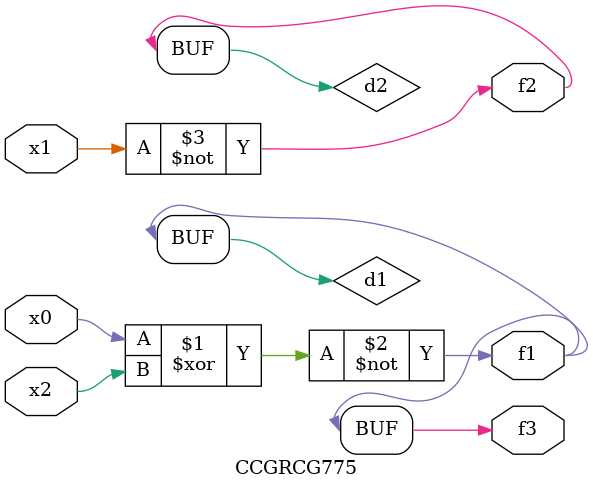
<source format=v>
module CCGRCG775(
	input x0, x1, x2,
	output f1, f2, f3
);

	wire d1, d2, d3;

	xnor (d1, x0, x2);
	nand (d2, x1);
	nor (d3, x1, x2);
	assign f1 = d1;
	assign f2 = d2;
	assign f3 = d1;
endmodule

</source>
